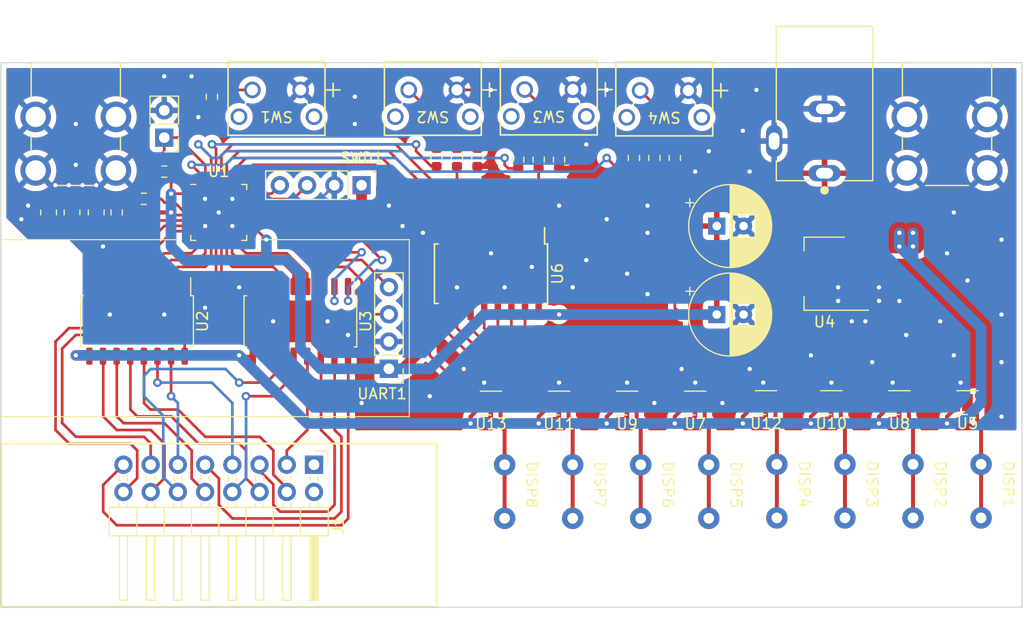
<source format=kicad_pcb>
(kicad_pcb (version 20211014) (generator pcbnew)
  (layers (0 "F.Cu" signal) (31 "B.Cu" signal) (34 "B.Paste" user) (35 "F.Paste" user) (36 "B.SilkS" user "B.Silkscreen") (37 "F.SilkS" user "F.Silkscreen") (38 "B.Mask" user) (39 "F.Mask" user) (44 "Edge.Cuts" user))
  (net 0 "")
  (net 3 "/SWDIO")
  (net 4 "/SWCLK")
  (net 5 "/setA")
  (net 6 "/setB")
  (net 7 "/setC")
  (net 8 "/setD")
  (net 9 "/setE")
  (net 10 "/setF")
  (net 11 "/setG")
  (net 12 "/clrA")
  (net 13 "/clrB")
  (net 14 "/clrC")
  (net 15 "/clrD")
  (net 16 "/clrE")
  (net 17 "/clrF")
  (net 18 "/clrG")
  (net 19 "/sel0")
  (net 20 "/sel1")
  (net 21 "/sel2")
  (net 22 "GND")
  (net 23 "+3V3")
  (net 24 "Net-(J5-Pad1)")
  (net 25 "+12V")
  (net 28 "Net-(J1-Pad3)")
  (net 29 "Net-(J1-Pad4)")
  (net 30 "Net-(J1-Pad5)")
  (net 31 "Net-(J1-Pad6)")
  (net 32 "Net-(J1-Pad7)")
  (net 33 "Net-(J1-Pad8)")
  (net 34 "Net-(J1-Pad9)")
  (net 35 "Net-(J1-Pad10)")
  (net 36 "Net-(J1-Pad11)")
  (net 37 "Net-(J1-Pad12)")
  (net 38 "Net-(J1-Pad13)")
  (net 39 "Net-(J1-Pad14)")
  (net 40 "Net-(J1-Pad15)")
  (net 41 "Net-(J1-Pad16)")
  (net 42 "Net-(DISP1-Pad1)")
  (net 43 "Net-(DISP2-Pad1)")
  (net 44 "Net-(DISP3-Pad1)")
  (net 45 "Net-(DISP4-Pad1)")
  (net 46 "Net-(DISP5-Pad1)")
  (net 47 "Net-(DISP6-Pad1)")
  (net 48 "Net-(DISP7-Pad1)")
  (net 49 "Net-(DISP8-Pad1)")
  (net 52 "/D1")
  (net 53 "/D8")
  (net 54 "/D7")
  (net 55 "/D6")
  (net 56 "/D5")
  (net 57 "/D4")
  (net 58 "/D3")
  (net 59 "/D2")
  (net 74 "/UART_TX")
  (net 75 "/UART_RX")
  (net 76 "Net-(R4-Pad1)")
  (net 77 "Net-(C1-Pad1)")
  (net 78 "Net-(C2-Pad1)")
  (net 79 "Net-(C3-Pad1)")
  (net 80 "Net-(R5-Pad1)")
  (net 81 "Net-(R6-Pad1)")
  (net 82 "Net-(C4-Pad1)")
  (net 83 "Net-(R8-Pad1)")
  (net 84 "/sel_en")
  (footprint "Resistor_SMD:R_0603_1608Metric" (layer "F.Cu") (at 86.995 128.27 180)
    (fp_text reference "R4" hide)
    (fp_text value "R" hide)
  )
  (footprint "Package_DFN_QFN:QFN-32-1EP_5x5mm_P0.5mm_EP3.45x3.45mm" (layer "F.Cu") (at 93.98 129.54)
    (fp_text reference "U1")
    (fp_text value "STM32F051K8Ux")
  )
  (footprint "pushbutton:TO_6083716_WRE" (layer "F.Cu") (at 139.045 120.664478 180)
    (fp_text reference "SW4")
    (fp_text value "SW_Push" hide)
  )
  (footprint "klauke:2025" (layer "F.Cu") (at 120.65 153.075 -90)
    (fp_text reference "DISP8")
    (fp_text value "Conn_01x01")
  )
  (footprint "klauke:2025" (layer "F.Cu") (at 152.4 153.035 -90)
    (fp_text reference "DISP3")
    (fp_text value "Conn_01x01")
  )
  (footprint "Resistor_SMD:R_0603_1608Metric" (layer "F.Cu") (at 116.205 124.405644 -90)
    (fp_text reference "R2" hide)
    (fp_text value "R" hide)
  )
  (footprint "Connector_PinHeader_2.54mm:PinHeader_1x04_P2.54mm_Vertical" (layer "F.Cu") (at 107.305 127 -90)
    (fp_text reference "SWD1")
    (fp_text value "Conn_01x04")
  )
  (footprint "Package_SO:SOIC-16W_5.3x10.2mm_P1.27mm" (layer "F.Cu") (at 119.38 135.255 -90)
    (fp_text reference "U6")
    (fp_text value "74HC238")
  )
  (footprint "Resistor_SMD:R_0805_2012Metric" (layer "F.Cu") (at 82.55 129.54 90)
    (fp_text reference "C7" hide)
    (fp_text value "C")
  )
  (footprint "Resistor_SMD:R_0603_1608Metric" (layer "F.Cu") (at 132.715 124.46 90)
    (fp_text reference "R8" hide)
    (fp_text value "R" hide)
  )
  (footprint "7761:KEYSTONE_7761" (layer "F.Cu") (at 80.645 121.285 -90)
    (fp_text reference "J3" hide)
    (fp_text value "7761" hide)
  )
  (footprint "klauke:2025" (layer "F.Cu") (at 139.7 153.075 -90)
    (fp_text reference "DISP5")
    (fp_text value "Conn_01x01")
  )
  (footprint "Package_SON:WSON-6-1EP_2x2mm_P0.65mm_EP1x1.6mm" (layer "F.Cu") (at 132.08 147.32 180)
    (fp_text reference "U9")
    (fp_text value "TPS22810DRV")
  )
  (footprint "Resistor_SMD:R_0603_1608Metric" (layer "F.Cu") (at 88.9 125.73)
    (fp_text reference "R9" hide)
    (fp_text value "R" hide)
  )
  (footprint "Connector_PinHeader_2.54mm:PinHeader_1x02_P2.54mm_Vertical" (layer "F.Cu") (at 88.9 122.56 180)
    (fp_text reference "J5" hide)
    (fp_text value "Conn_01x02" hide)
  )
  (footprint "pushbutton:TO_6083716_WRE" (layer "F.Cu") (at 102.87 120.610122 180)
    (fp_text reference "SW1")
    (fp_text value "SW_Push" hide)
  )
  (footprint "Resistor_SMD:R_0603_1608Metric" (layer "F.Cu") (at 93.345 118.745 -90)
    (fp_text reference "C1" hide)
    (fp_text value "C" hide)
  )
  (footprint "Package_SO:SOP-16_4.55x10.3mm_P1.27mm" (layer "F.Cu") (at 101.6 139.7 -90)
    (fp_text reference "U3")
    (fp_text value "ULN2003A")
  )
  (footprint "Package_SON:WSON-6-1EP_2x2mm_P0.65mm_EP1x1.6mm" (layer "F.Cu") (at 151.13 147.28 180)
    (fp_text reference "U10")
    (fp_text value "TPS22810DRV")
  )
  (footprint "Connector_PinHeader_2.54mm:PinHeader_1x04_P2.54mm_Vertical" (layer "F.Cu") (at 109.855 144.125 180)
    (fp_text reference "UART1")
    (fp_text value "Conn_01x04")
  )
  (footprint "klauke:2025" (layer "F.Cu") (at 146.05 153.035 -90)
    (fp_text reference "DISP4")
    (fp_text value "Conn_01x01")
  )
  (footprint "pushbutton:TO_6083716_WRE" (layer "F.Cu") (at 128.27 120.575121 180)
    (fp_text reference "SW3")
    (fp_text value "SW_Push" hide)
  )
  (footprint "Package_SON:WSON-6-1EP_2x2mm_P0.65mm_EP1x1.6mm" (layer "F.Cu") (at 163.83 147.28 180)
    (fp_text reference "U5")
    (fp_text value "TPS22810DRV")
  )
  (footprint "Package_SON:WSON-6-1EP_2x2mm_P0.65mm_EP1x1.6mm" (layer "F.Cu") (at 119.38 147.32 180)
    (fp_text reference "U13")
    (fp_text value "TPS22810DRV")
  )
  (footprint "pushbutton:TO_6083716_WRE" (layer "F.Cu") (at 117.455 120.610122 180)
    (fp_text reference "SW2")
    (fp_text value "SW_Push" hide)
  )
  (footprint "Package_SO:SOP-16_4.55x10.3mm_P1.27mm" (layer "F.Cu") (at 86.36 139.7 -90)
    (fp_text reference "U2")
    (fp_text value "ULN2003A")
  )
  (footprint "Resistor_SMD:R_0603_1608Metric" (layer "F.Cu") (at 134.62 124.46 -90)
    (fp_text reference "R7" hide)
    (fp_text value "R" hide)
  )
  (footprint "Resistor_SMD:R_0603_1608Metric" (layer "F.Cu") (at 114.3 124.405644 90)
    (fp_text reference "R5" hide)
    (fp_text value "R" hide)
  )
  (footprint "Package_TO_SOT_SMD:SOT-223-3_TabPin2" (layer "F.Cu") (at 150.495 135.255 180)
    (fp_text reference "U4")
    (fp_text value "AP1117-33")
  )
  (footprint "klauke:2025" (layer "F.Cu") (at 127 153.075 -90)
    (fp_text reference "DISP7")
    (fp_text value "Conn_01x01")
  )
  (footprint "Resistor_SMD:R_0603_1608Metric" (layer "F.Cu") (at 136.525 124.46 -90)
    (fp_text reference "C4" hide)
    (fp_text value "C" hide)
  )
  (footprint "PJ_102AH:CUI_PJ-102AH" (layer "F.Cu") (at 150.495 119.38 90)
    (fp_text reference "J2" hide)
    (fp_text value "PJ-102AH" hide)
  )
  (footprint "Resistor_SMD:R_0603_1608Metric" (layer "F.Cu") (at 125.73 124.606287 -90)
    (fp_text reference "C3" hide)
    (fp_text value "C" hide)
  )
  (footprint "Resistor_SMD:R_0805_2012Metric" (layer "F.Cu") (at 78.105 129.54 90)
    (fp_text reference "C8" hide)
    (fp_text value "C")
  )
  (footprint "Resistor_SMD:R_0603_1608Metric" (layer "F.Cu") (at 84.455 129.54 -90)
    (fp_text reference "R1" hide)
    (fp_text value "R" hide)
  )
  (footprint "Resistor_SMD:R_0805_2012Metric" (layer "F.Cu") (at 80.295 129.54 90)
    (fp_text reference "C9" hide)
    (fp_text value "C")
  )
  (footprint "Resistor_SMD:R_0603_1608Metric" (layer "F.Cu") (at 121.92 124.606287 90)
    (fp_text reference "R6" hide)
    (fp_text value "R" hide)
  )
  (footprint "klauke:2025" (layer "F.Cu") (at 133.35 153.075 -90)
    (fp_text reference "DISP6")
    (fp_text value "Conn_01x01")
  )
  (footprint "klauke:2025" (layer "F.Cu") (at 158.75 153.035 -90)
    (fp_text reference "DISP2")
    (fp_text value "Conn_01x01")
  )
  (footprint "Capacitor_THT:CP_Radial_D7.5mm_P2.50mm" (layer "F.Cu") (at 140.443606 130.81)
    (fp_text reference "C5" hide)
    (fp_text value "C_Polarized")
  )
  (footprint "7761:KEYSTONE_7761" (layer "F.Cu") (at 161.925 121.285 -90)
    (fp_text reference "J4" hide)
    (fp_text value "7761" hide)
  )
  (footprint "Resistor_SMD:R_0603_1608Metric" (layer "F.Cu") (at 118.11 124.405644 -90)
    (fp_text reference "C2" hide)
    (fp_text value "C" hide)
  )
  (footprint "Package_SON:WSON-6-1EP_2x2mm_P0.65mm_EP1x1.6mm" (layer "F.Cu") (at 157.48 147.28 180)
    (fp_text reference "U8")
    (fp_text value "TPS22810DRV")
  )
  (footprint "Package_SON:WSON-6-1EP_2x2mm_P0.65mm_EP1x1.6mm" (layer "F.Cu") (at 145.0325 147.28 180)
    (fp_text reference "U12")
    (fp_text value "TPS22810DRV")
  )
  (footprint "Connector_PinHeader_2.54mm:PinHeader_2x08_P2.54mm_Horizontal" (layer "F.Cu") (at 102.87 153.075359 -90)
    (fp_text reference "J1")
    (fp_text value "Conn_02x08_Odd_Even")
  )
  (footprint "klauke:2025" (layer "F.Cu") (at 165.1 153.035 -90)
    (fp_text reference "DISP1")
    (fp_text value "Conn_01x01")
  )
  (footprint "Capacitor_THT:CP_Radial_D7.5mm_P2.50mm" (layer "F.Cu") (at 140.443606 139.065)
    (fp_text reference "C6" hide)
    (fp_text value "C_Polarized")
  )
  (footprint "Package_SON:WSON-6-1EP_2x2mm_P0.65mm_EP1x1.6mm" (layer "F.Cu") (at 138.43 147.32 180)
    (fp_text reference "U7")
    (fp_text value "TPS22810DRV")
  )
  (footprint "Package_SON:WSON-6-1EP_2x2mm_P0.65mm_EP1x1.6mm" (layer "F.Cu") (at 125.73 147.32 180)
    (fp_text reference "U11")
    (fp_text value "TPS22810DRV")
  )
  (footprint "Resistor_SMD:R_0603_1608Metric" (layer "F.Cu") (at 123.825 124.606287 -90)
    (fp_text reference "R3" hide)
    (fp_text value "R" hide)
  )
  (gr_line (start 111.76 132.08) (end 97.79 132.08) (layer "F.SilkS") (width 0.1))
  (gr_line (start 73.66 132.08) (end 73.66 148.59) (layer "F.SilkS") (width 0.1))
  (gr_line (start 90.17 132.08) (end 73.66 132.08) (layer "F.SilkS") (width 0.1))
  (gr_line (start 111.76 148.59) (end 111.76 132.08) (layer "F.SilkS") (width 0.1))
  (gr_line (start 73.66 148.59) (end 111.76 148.59) (layer "F.SilkS") (width 0.1))
  (gr_rect (start 73.675 151.105359) (end 114.315 166.345359) (layer "F.SilkS") (width 0.2) (fill none))
  (gr_line (start 168.91 115.57) (end 168.91 166.37) (layer "Edge.Cuts") (width 0.1))
  (gr_line (start 73.66 166.37) (end 73.66 115.57) (layer "Edge.Cuts") (width 0.1))
  (gr_line (start 73.66 115.57) (end 168.91 115.57) (layer "Edge.Cuts") (width 0.1))
  (gr_line (start 168.91 166.37) (end 73.66 166.37) (layer "Edge.Cuts") (width 0.1))
  (segment (start 100.935 128.29) (end 102.225 127) (width 0.25) (layer "F.Cu") (net 3))
  (segment (start 96.4175 128.29) (end 100.935 128.29) (width 0.25) (layer "F.Cu") (net 3))
  (segment (start 99.695 127) (end 99.685 126.99) (width 0.25) (layer "F.Cu") (net 4))
  (segment (start 96.4175 127.79) (end 98.905 127.79) (width 0.25) (layer "F.Cu") (net 4))
  (segment (start 99.685 127.01) (end 99.685 127) (width 0.25) (layer "F.Cu") (net 4))
  (segment (start 98.905 127.79) (end 99.685 127.01) (width 0.25) (layer "F.Cu") (net 4))
  (segment (start 88.15 130.29) (end 91.5425 130.29) (width 0.25) (layer "F.Cu") (net 5))
  (segment (start 83.185 135.255) (end 88.15 130.29) (width 0.25) (layer "F.Cu") (net 5))
  (segment (start 83.185 136.45) (end 83.185 135.255) (width 0.25) (layer "F.Cu") (net 5))
  (segment (start 88.92 130.79) (end 91.5425 130.79) (width 0.25) (layer "F.Cu") (net 6))
  (segment (start 84.455 135.255) (end 88.92 130.79) (width 0.25) (layer "F.Cu") (net 6))
  (segment (start 84.455 136.45) (end 84.455 135.255) (width 0.25) (layer "F.Cu") (net 6))
  (segment (start 85.725 136.45) (end 85.725 135.255) (width 0.25) (layer "F.Cu") (net 7))
  (segment (start 89.69 131.29) (end 91.5425 131.29) (width 0.25) (layer "F.Cu") (net 7))
  (segment (start 85.725 135.255) (end 89.69 131.29) (width 0.25) (layer "F.Cu") (net 7))
  (segment (start 92.23 132.56) (end 92.23 131.9775) (width 0.25) (layer "F.Cu") (net 8))
  (segment (start 86.995 136.45) (end 86.995 135.255) (width 0.25) (layer "F.Cu") (net 8))
  (segment (start 91.44 133.35) (end 92.23 132.56) (width 0.25) (layer "F.Cu") (net 8))
  (segment (start 88.9 133.35) (end 91.44 133.35) (width 0.25) (layer "F.Cu") (net 8))
  (segment (start 86.995 135.255) (end 88.9 133.35) (width 0.25) (layer "F.Cu") (net 8))
  (segment (start 89.535 133.985) (end 88.265 135.255) (width 0.25) (layer "F.Cu") (net 9))
  (segment (start 88.265 135.255) (end 88.265 136.45) (width 0.25) (layer "F.Cu") (net 9))
  (segment (start 92.73 133.33) (end 92.075 133.985) (width 0.25) (layer "F.Cu") (net 9))
  (segment (start 92.075 133.985) (end 89.535 133.985) (width 0.25) (layer "F.Cu") (net 9))
  (segment (start 92.73 131.9775) (end 92.73 133.33) (width 0.25) (layer "F.Cu") (net 9))
  (segment (start 93.23 131.9775) (end 93.2425 131.9775) (width 0.25) (layer "F.Cu") (net 10))
  (segment (start 93.28048 134.04952) (end 92.71 134.62) (width 0.25) (layer "F.Cu") (net 10))
  (segment (start 89.535 135.255) (end 89.535 136.45) (width 0.25) (layer "F.Cu") (net 10))
  (segment (start 93.2425 131.9775) (end 93.28048 132.01548) (width 0.25) (layer "F.Cu") (net 10))
  (segment (start 90.17 134.62) (end 89.535 135.255) (width 0.25) (layer "F.Cu") (net 10))
  (segment (start 93.28048 132.01548) (end 93.28048 134.04952) (width 0.25) (layer "F.Cu") (net 10))
  (segment (start 92.71 134.62) (end 90.17 134.62) (width 0.25) (layer "F.Cu") (net 10))
  (segment (start 92.785 136.45) (end 90.805 136.45) (width 0.25) (layer "F.Cu") (net 11))
  (segment (start 93.73 131.9775) (end 93.73 135.505) (width 0.25) (layer "F.Cu") (net 11))
  (segment (start 93.73 135.505) (end 92.785 136.45) (width 0.25) (layer "F.Cu") (net 11))
  (segment (start 94.23 137.41) (end 95.25 138.43) (width 0.25) (layer "F.Cu") (net 12))
  (segment (start 98.425 137.795) (end 98.425 136.45) (width 0.25) (layer "F.Cu") (net 12))
  (segment (start 94.23 131.9775) (end 94.23 137.41) (width 0.25) (layer "F.Cu") (net 12))
  (segment (start 97.79 138.43) (end 98.425 137.795) (width 0.25) (layer "F.Cu") (net 12))
  (segment (start 95.25 138.43) (end 97.79 138.43) (width 0.25) (layer "F.Cu") (net 12))
  (segment (start 99.695 135.255) (end 99.695 136.45) (width 0.25) (layer "F.Cu") (net 13))
  (segment (start 94.73 134.1) (end 95.25 134.62) (width 0.25) (layer "F.Cu") (net 13))
  (segment (start 95.25 134.62) (end 99.06 134.62) (width 0.25) (layer "F.Cu") (net 13))
  (segment (start 99.06 134.62) (end 99.695 135.255) (width 0.25) (layer "F.Cu") (net 13))
  (segment (start 94.73 131.9775) (end 94.73 134.1) (width 0.25) (layer "F.Cu") (net 13))
  (segment (start 99.695 133.985) (end 100.965 135.255) (width 0.25) (layer "F.Cu") (net 14))
  (segment (start 95.23 131.9775) (end 95.23 133.33) (width 0.25) (layer "F.Cu") (net 14))
  (segment (start 95.885 133.985) (end 99.695 133.985) (width 0.25) (layer "F.Cu") (net 14))
  (segment (start 100.965 135.255) (end 100.965 136.45) (width 0.25) (layer "F.Cu") (net 14))
  (segment (start 95.23 133.33) (end 95.885 133.985) (width 0.25) (layer "F.Cu") (net 14))
  (segment (start 102.235 135.255) (end 102.235 136.45) (width 0.25) (layer "F.Cu") (net 15))
  (segment (start 100.33 133.35) (end 102.235 135.255) (width 0.25) (layer "F.Cu") (net 15))
  (segment (start 95.73 132.559282) (end 96.520718 133.35) (width 0.25) (layer "F.Cu") (net 15))
  (segment (start 96.520718 133.35) (end 100.33 133.35) (width 0.25) (layer "F.Cu") (net 15))
  (segment (start 95.73 131.9775) (end 95.73 132.559282) (width 0.25) (layer "F.Cu") (net 15))
  (segment (start 96.4175 130.79) (end 99.04 130.79) (width 0.25) (layer "F.Cu") (net 16))
  (segment (start 99.04 130.79) (end 103.505 135.255) (width 0.25) (layer "F.Cu") (net 16))
  (segment (start 103.505 135.255) (end 103.505 136.45) (width 0.25) (layer "F.Cu") (net 16))
  (segment (start 107.315 133.2605) (end 105.3205 133.2605) (width 0.25) (layer "F.Cu") (net 17))
  (segment (start 101.35 129.29) (end 96.4175 129.29) (width 0.25) (layer "F.Cu") (net 17))
  (segment (start 105.3205 133.2605) (end 101.35 129.29) (width 0.25) (layer "F.Cu") (net 17))
  (segment (start 104.775 136.45) (end 104.775 137.795) (width 0.25) (layer "F.Cu") (net 17))
  (via (at 107.315 133.2605) (size 0.8) (drill 0.4) (layers "F.Cu" "B.Cu") (net 17))
  (via (at 104.775 137.795) (size 0.8) (drill 0.4) (layers "F.Cu" "B.Cu") (net 17))
  (segment (start 104.775 137.795) (end 104.775 135.8005) (width 0.25) (layer "B.Cu") (net 17))
  (segment (start 104.775 135.8005) (end 107.315 133.2605) (width 0.25) (layer "B.Cu") (net 17))
  (segment (start 106.045 136.45) (end 106.045 137.795) (width 0.25) (layer "F.Cu") (net 18))
  (segment (start 109.22 133.985) (end 104.025 128.79) (width 0.25) (layer "F.Cu") (net 18))
  (segment (start 104.025 128.79) (end 96.4175 128.79) (width 0.25) (layer "F.Cu") (net 18))
  (via (at 109.22 133.985) (size 0.8) (drill 0.4) (layers "F.Cu" "B.Cu") (net 18))
  (via (at 106.045 137.795) (size 0.8) (drill 0.4) (layers "F.Cu" "B.Cu") (net 18))
  (segment (start 108.585 133.985) (end 109.22 133.985) (width 0.25) (layer "B.Cu") (net 18))
  (segment (start 106.045 137.795) (end 106.045 136.525) (width 0.25) (layer "B.Cu") (net 18))
  (segment (start 106.045 136.525) (end 108.585 133.985) (width 0.25) (layer "B.Cu") (net 18))
  (segment (start 123.825 130.175) (end 123.825 131.705) (width 0.25) (layer "F.Cu") (net 19))
  (segment (start 94.23 124.21) (end 95.25 123.19) (width 0.25) (layer "F.Cu") (net 19))
  (segment (start 110.49 123.19) (end 114.935 127.635) (width 0.25) (layer "F.Cu") (net 19))
  (segment (start 121.285 127.635) (end 123.825 130.175) (width 0.25) (layer "F.Cu") (net 19))
  (segment (start 95.25 123.19) (end 110.49 123.19) (width 0.25) (layer "F.Cu") (net 19))
  (segment (start 114.935 127.635) (end 121.285 127.635) (width 0.25) (layer "F.Cu") (net 19))
  (segment (start 94.23 127.1025) (end 94.23 124.21) (width 0.25) (layer "F.Cu") (net 19))
  (segment (start 120.65 128.27) (end 122.555 130.175) (width 0.25) (layer "F.Cu") (net 20))
  (segment (start 114.3 128.27) (end 120.65 128.27) (width 0.25) (layer "F.Cu") (net 20))
  (segment (start 95.885 123.825) (end 109.855 123.825) (width 0.25) (layer "F.Cu") (net 20))
  (segment (start 94.73 127.1025) (end 94.73 124.98) (width 0.25) (layer "F.Cu") (net 20))
  (segment (start 122.555 130.175) (end 122.555 131.705) (width 0.25) (layer "F.Cu") (net 20))
  (segment (start 94.73 124.98) (end 95.885 123.825) (width 0.25) (layer "F.Cu") (net 20))
  (segment (start 109.855 123.825) (end 114.3 128.27) (width 0.25) (layer "F.Cu") (net 20))
  (segment (start 96.52 124.46) (end 109.22 124.46) (width 0.25) (layer "F.Cu") (net 21))
  (segment (start 121.285 130.175) (end 121.285 131.705) (width 0.25) (layer "F.Cu") (net 21))
  (segment (start 113.665 128.905) (end 120.015 128.905) (width 0.25) (layer "F.Cu") (net 21))
  (segment (start 109.22 124.46) (end 113.665 128.905) (width 0.25) (layer "F.Cu") (net 21))
  (segment (start 95.23 127.1025) (end 95.23 125.75) (width 0.25) (layer "F.Cu") (net 21))
  (segment (start 95.23 125.75) (end 96.52 124.46) (width 0.25) (layer "F.Cu") (net 21))
  (segment (start 120.015 128.905) (end 121.285 130.175) (width 0.25) (layer "F.Cu") (net 21))
  (segment (start 118.73 146.67) (end 119.38 147.32) (width 0.25) (layer "F.Cu") (net 22))
  (segment (start 119.38 147.32) (end 119.38 146.05) (width 0.25) (layer "F.Cu") (net 22))
  (segment (start 137.795 125.095) (end 137.605 125.285) (width 0.25) (layer "F.Cu") (net 22))
  (segment (start 157.48 147.28) (end 157.48 146.05) (width 0.25) (layer "F.Cu") (net 22))
  (segment (start 151.13 147.28) (end 151.13 145.415) (width 0.25) (layer "F.Cu") (net 22))
  (segment (start 145.0325 147.28) (end 145.0325 145.6675) (width 0.25) (layer "F.Cu") (net 22))
  (segment (start 155.575 137.795) (end 151.765 137.795) (width 0.25) (layer "F.Cu") (net 22))
  (segment (start 126.365 118.729999) (end 127.02 118.074999) (width 0.25) (layer "F.Cu") (net 22))
  (segment (start 156.83 146.63) (end 157.48 147.28) (width 0.25) (layer "F.Cu") (net 22))
  (segment (start 136.525 121.285) (end 137.795 122.555) (width 0.25) (layer "F.Cu") (net 22))
  (segment (start 125.73 125.431287) (end 126.574356 125.431287) (width 0.25) (layer "F.Cu") (net 22))
  (segment (start 153.035 139.7) (end 153.035 138.165) (width 0.25) (layer "F.Cu") (net 22))
  (segment (start 125.73 147.32) (end 125.73 145.415) (width 0.25) (layer "F.Cu") (net 22))
  (segment (start 155.575 136.525) (end 154.545 137.555) (width 0.25) (layer "F.Cu") (net 22))
  (segment (start 119.38 119.38) (end 119.38 124.46) (width 0.25) (layer "F.Cu") (net 22))
  (segment (start 151.765 136.525) (end 152.795 137.555) (width 0.25) (layer "F.Cu") (net 22))
  (segment (start 154.305 139.7) (end 154.305 138.215) (width 0.25) (layer "F.Cu") (net 22))
  (segment (start 132.08 147.32) (end 132.08 145.415) (width 0.25) (layer "F.Cu") (net 22))
  (segment (start 153.035 138.165) (end 153.645 137.555) (width 0.25) (layer "F.Cu") (net 22))
  (segment (start 114.935 131.705) (end 113.29 131.705) (width 0.4) (layer "F.Cu") (net 22))
  (segment (start 144.145 146.63) (end 144.3825 146.63) (width 0.25) (layer "F.Cu") (net 22))
  (segment (start 136.525 119.434356) (end 136.525 121.285) (width 0.25) (layer "F.Cu") (net 22))
  (segment (start 119.38 146.05) (end 118.745 145.415) (width 0.25) (layer "F.Cu") (net 22))
  (segment (start 150.48 146.63) (end 151.13 147.28) (width 0.25) (layer "F.Cu") (net 22))
  (segment (start 131.43 146.67) (end 132.08 147.32) (width 0.25) (layer "F.Cu") (net 22))
  (segment (start 120.015 132.715) (end 120.015 131.705) (width 0.25) (layer "F.Cu") (net 22))
  (segment (start 137.795 122.555) (end 137.795 125.095) (width 0.25) (layer "F.Cu") (net 22))
  (segment (start 131.1925 146.67) (end 131.43 146.67) (width 0.25) (layer "F.Cu") (net 22))
  (segment (start 97.155 136.45) (end 95.96 136.45) (width 0.25) (layer "F.Cu") (net 22))
  (segment (start 152.795 137.555) (end 153.645 137.555) (width 0.25) (layer "F.Cu") (net 22))
  (segment (start 145.0325 145.6675) (end 144.78 145.415) (width 0.25) (layer "F.Cu") (net 22))
  (segment (start 156.5925 146.63) (end 156.83 146.63) (width 0.25) (layer "F.Cu") (net 22))
  (segment (start 118.11 118.11) (end 119.38 119.38) (width 0.25) (layer "F.Cu") (net 22))
  (segment (start 163.83 147.28) (end 163.83 146.05) (width 0.25) (layer "F.Cu") (net 22))
  (segment (start 118.745 131.705) (end 118.745 132.715) (width 0.25) (layer "F.Cu") (net 22))
  (segment (start 118.609356 125.230644) (end 119.38 124.46) (width 0.25) (layer "F.Cu") (net 22))
  (segment (start 137.795 118.164356) (end 136.525 119.434356) (width 0.25) (layer "F.Cu") (net 22))
  (segment (start 144.3825 146.63) (end 145.0325 147.28) (width 0.25) (layer "F.Cu") (net 22))
  (segment (start 154.305 138.215) (end 153.645 137.555) (width 0.25) (layer "F.Cu") (net 22))
  (segment (start 157.48 146.05) (end 156.845 145.415) (width 0.25) (layer "F.Cu") (net 22))
  (segment (start 137.78 146.67) (end 138.43 147.32) (width 0.25) (layer "F.Cu") (net 22))
  (segment (start 163.83 146.05) (end 163.195 145.415) (width 0.25) (layer "F.Cu") (net 22))
  (segment (start 138.43 147.32) (end 138.43 145.415) (width 0.25) (layer "F.Cu") (net 22))
  (segment (start 113.03 131.445) (end 113.29 131.705) (width 0.4) (layer "F.Cu") (net 22))
  (segment (start 119.38 133.35) (end 120.015 132.715) (width 0.25) (layer "F.Cu") (net 22))
  (segment (start 118.4925 146.67) (end 118.73 146.67) (width 0.25) (layer "F.Cu") (net 22))
  (segment (start 126.365 121.830643) (end 126.365 118.729999) (width 0.25) (layer "F.Cu") (net 22))
  (segment (start 127 122.465643) (end 126.365 121.830643) (width 0.25) (layer "F.Cu") (net 22))
  (segment (start 137.605 125.285) (end 136.525 125.285) (width 0.25) (layer "F.Cu") (net 22))
  (segment (start 163.18 146.63) (end 163.83 147.28) (width 0.25) (layer "F.Cu") (net 22))
  (segment (start 127 125.005643) (end 127 122.465643) (width 0.25) (layer "F.Cu") (net 22))
  (segment (start 118.745 132.715) (end 119.38 133.35) (width 0.25) (layer "F.Cu") (net 22))
  (segment (start 150.2425 146.63) (end 150.48 146.63) (width 0.25) (layer "F.Cu") (net 22))
  (segment (start 162.9425 146.63) (end 163.18 146.63) (width 0.25) (layer "F.Cu") (net 22))
  (segment (start 116.205 118.11) (end 118.11 118.11) (width 0.25) (layer "F.Cu") (net 22))
  (segment (start 137.5425 146.67) (end 137.78 146.67) (width 0.25) (layer "F.Cu") (net 22))
  (segment (start 154.545 137.555) (end 153.645 137.555) (width 0.25) (layer "F.Cu") (net 22))
  (segment (start 126.574356 125.431287) (end 127 125.005643) (width 0.25) (layer "F.Cu") (net 22))
  (segment (start 118.11 125.230644) (end 118.609356 125.230644) (width 0.25) (layer "F.Cu") (net 22))
  (segment (start 95.96 136.45) (end 95.885 136.525) (width 0.25) (layer "F.Cu") (net 22))
  (via (at 76.2 128.905) (size 0.8) (drill 0.4) (layers "F.Cu" "B.Cu") (net 22))
  (via (at 81.28 127) (size 0.8) (drill 0.4) (layers "F.Cu" "B.Cu") (net 22))
  (via (at 99.06 139.7) (size 0.8) (drill 0.4) (layers "F.Cu" "B.Cu") (net 22))
  (via (at 134.62 147.32) (size 0.8) (drill 0.4) (layers "F.Cu" "B.Cu") (net 22))
  (via (at 149.225 142.875) (size 0.8) (drill 0.4) (layers "F.Cu" "B.Cu") (net 22))
  (via (at 88.9 116.84) (size 0.8) (drill 0.4) (layers "F.Cu" "B.Cu") (net 22))
  (via (at 95.25 128.27) (size 0.8) (drill 0.4) (layers "F.Cu" "B.Cu") (net 22))
  (via (at 106.68 121.285) (size 0.8) (drill 0.4) (layers "F.Cu" "B.Cu") (net 22))
  (via (at 138.43 145.415) (size 0.8) (drill 0.4) (layers "F.Cu" "B.Cu") (net 22))
  (via (at 83.82 139.065) (size 0.8) (drill 0.4) (layers "F.Cu" "B.Cu") (net 22))
  (via (at 163.195 145.415) (size 0.8) (drill 0.4) (layers "F.Cu" "B.Cu") (net 22))
  (via (at 116.84 144.145) (size 0.8) (drill 0.4) (layers "F.Cu" "B.Cu") (net 22))
  (via (at 116.205 136.525) (size 0.8) (drill 0.4) (layers "F.Cu" "B.Cu") (net 22))
  (via (at 142.875 121.92) (size 0.8) (drill 0.4) (layers "F.Cu" "B.Cu") (net 22))
  (via (at 143.51 144.145) (size 0.8) (drill 0.4) (layers "F.Cu" "B.Cu") (net 22))
  (via (at 83.185 132.715) (size 0.8) (drill 0.4) (layers "F.Cu" "B.Cu") (net 22))
  (via (at 118.745 145.415) (size 0.8) (drill 0.4) (layers "F.Cu" "B.Cu") (net 22))
  (via (at 127 136.525) (size 0.8) (drill 0.4) (layers "F.Cu" "B.Cu") (net 22))
  (via (at 153.035 139.7) (size 0.8) (drill 0.4) (layers "F.Cu" "B.Cu") (net 22))
  (via (at 119.38 133.35) (size 0.8) (drill 0.4) (layers "F.Cu" "B.Cu") (net 22))
  (via (at 144.145 118.11) (size 0.8) (drill 0.4) (layers "F.Cu" "B.Cu") (net 22))
  (via (at 155.575 136.525) (size 0.8) (drill 0.4) (layers "F.Cu" "B.Cu") (net 22))
  (via (at 162.56 142.875) (size 0.8) (drill 0.4) (layers "F.Cu" "B.Cu") (net 22))
  (via (at 109.855 128.905) (size 0.8) (drill 0.4) (layers "F.Cu" "B.Cu") (net 22))
  (via (at 93.98 129.54) (size 0.8) (drill 0.4) (layers "F.Cu" "B.Cu") (net 22))
  (via (at 113.665 146.685) (size 0.8) (drill 0.4) (layers "F.Cu" "B.Cu") (net 22))
  (via (at 156.845 145.415) (size 0.8) (drill 0.4) (layers "F.Cu" "B.Cu") (net 22))
  (via (at 163.83 135.89) (size 0.8) (drill 0.4) (layers "F.Cu" "B.Cu") (net 22))
  (via (at 138.43 125.73) (size 0.8) (drill 0.4) (layers "F.Cu" "B.Cu") (net 22))
  (via (at 120.65 136.525) (size 0.8) (drill 0.4) (layers "F.Cu" "B.Cu") (net 22))
  (via (at 125.73 145.415) (size 0.8) (drill 0.4) (layers "F.Cu" "B.Cu") (net 22))
  (via (at 128.27 133.985) (size 0.8) (drill 0.4) (layers "F.Cu" "B.Cu") (net 22))
  (via (at 92.075 120.65) (size 0.8) (drill 0.4) (layers "F.Cu" "B.Cu") (net 22))
  (via (at 95.885 136.525) (size 0.8) (drill 0.4) (layers "F.Cu" "B.Cu") (net 22))
  (via (at 113.03 131.445) (size 0.8) (drill 0.4) (layers "F.Cu" "B.Cu") (net 22))
  (via (at 106.68 118.745) (size 0.8) (drill 0.4) (layers "F.Cu" "B.Cu") (net 22))
  (via (at 119.38 118.11) (size 0.8) (drill 0.4) (layers "F.Cu" "B.Cu") (net 22))
  (via (at 130.175 118.11) (size 0.8) (drill 0.4) (layers "F.Cu" "B.Cu") (net 22))
  (via (at 151.13 145.415) (size 0.8) (drill 0.4) (layers "F.Cu" "B.Cu") (net 22))
  (via (at 123.19 134.62) (size 0.8) (drill 0.4) (layers "F.Cu" "B.Cu") (net 22))
  (via (at 75.565 130.175) (size 0.8) (drill 0.4) (layers "F.Cu" "B.Cu") (net 22))
  (via (at 151.765 137.795) (size 0.8) (drill 0.4) (layers "F.Cu" "B.Cu") (net 22))
  (via (at 106.045 140.97) (size 0.8) (drill 0.4) (layers "F.Cu" "B.Cu") (net 22))
  (via (at 161.925 133.35) (size 0.8) (drill 0.4) (layers "F.Cu" "B.Cu") (net 22))
  (via (at 158.115 140.97) (size 0.8) (drill 0.4) (layers "F.Cu" "B.Cu") (net 22))
  (via (at 80.645 125.095) (size 0.8) (drill 0.4) (layers "F.Cu" "B.Cu") (net 22))
  (via (at 133.985 137.16) (size 0.8) (drill 0.4) (layers "F.Cu" "B.Cu") (net 22))
  (via (at 139.7 123.825) (size 0.8) (drill 0.4) (layers "F.Cu" "B.Cu") (net 22))
  (via (at 88.9 139.065) (size 0.8) (drill 0.4) (layers "F.Cu" "B.Cu") (net 22))
  (via (at 167.005 132.08) (size 0.8) (drill 0.4) (layers "F.Cu" "B.Cu") (net 22))
  (via (at 104.14 139.7) (size 0.8) (drill 0.4) (layers "F.Cu" "B.Cu") (net 22))
  (via (at 92.71 130.81) (size 0.8) (drill 0.4) (layers "F.Cu" "B.Cu") (net 22))
  (via (at 91.44 116.84) (size 0.8) (drill 0.4) (layers "F.Cu" "B.Cu") (net 22))
  (via (at 92.71 128.27) (size 0.8) (drill 0.4) (layers "F.Cu" "B.Cu") (net 22))
  (via (at 154.94 143.51) (size 0.8) (drill 0.4) (layers "F.Cu" "B.Cu") (net 22))
  (via (at 82.55 127) (size 0.8) (drill 0.4) (layers "F.Cu" "B.Cu") (net 22))
  (via (at 162.56 129.54) (size 0.8) (drill 0.4) (layers "F.Cu" "B.Cu") (net 22))
  (via (at 167.005 143.51) (size 0.8) (drill 0.4) (layers "F.Cu" "B.Cu") (net 22))
  (via (at 151.765 136.525) (size 0.8) (drill 0.4) (layers "F.Cu" "B.Cu") (net 22))
  (via (at 95.25 130.81) (size 0.8) (drill 0.4) (layers "F.Cu" "B.Cu") (net 22))
  (via (at 125.73 128.905) (size 0.8) (drill 0.4) (layers "F.Cu" "B.Cu") (net 22))
  (via (at 167.005 139.065) (size 0.8) (drill 0.4) (layers "F.Cu" "B.Cu") (net 22))
  (via (at 128.27 123.19) (size 0.8) (drill 0.4) (layers "F.Cu" "B.Cu") (net 22))
  (via (at 78.74 127) (size 0.8) (drill 0.4) (layers "F.Cu" "B.Cu") (net 22))
  (via (at 132.08 135.255) (size 0.8) (drill 0.4) (layers "F.Cu" "B.Cu") (net 22))
  (via (at 130.175 130.175) (size 0.8) (drill 0.4) (layers "F.Cu" "B.Cu") (net 22))
  (via (at 157.48 137.795) (size 0.8) (drill 0.4) (layers "F.Cu" "B.Cu") (net 22))
  (via (at 92.71 138.43) (size 0.8) (drill 0.4) (layers "F.Cu" "B.Cu") (net 22))
  (via (at 155.575 137.795) (size 0.8) (drill 0.4) (layers "F.Cu" "B.Cu") (net 22))
  (via (at 154.305 139.7) (size 0.8) (drill 0.4) (layers "F.Cu" "B.Cu") (net 22))
  (via (at 133.985 128.905) (size 0.8) (drill 0.4) (layers "F.Cu" "B.Cu") (net 22))
  (via (at 167.005 148.59) (size 0.8) (drill 0.4) (layers "F.Cu" "B.Cu") (net 22))
  (via (at 140.97 147.32) (size 0.8) (drill 0.4) (layers "F.Cu" "B.Cu") (net 22))
  (via (at 107.315 147.32) (size 0.8) (drill 0.4) (layers "F.Cu" "B.Cu") (net 22))
  (via (at 133.985 131.445) (size 0.8) (drill 0.4) (layers "F.Cu" "B.Cu") (net 22))
  (via (at 161.29 139.7) (size 0.8) (drill 0.4) (layers "F.Cu" "B.Cu") (net 22))
  (via (at 144.78 145.415) (size 0.8) (drill 0.4) (layers "F.Cu" "B.Cu") (net 22))
  (via (at 132.08 145.415) (size 0.8) (drill 0.4) (layers "F.Cu" "B.Cu") (net 22))
  (via (at 80.01 127) (size 0.8) (drill 0.4) (layers "F.Cu" "B.Cu") (net 22))
  (via (at 143.51 125.73) (size 0.8) (drill 0.4) (layers "F.Cu" "B.Cu") (net 22))
  (via (at 111.125 130.81) (size 0.8) (drill 0.4) (layers "F.Cu" "B.Cu") (net 22))
  (via (at 80.645 121.285) (size 0.8) (drill 0.4) (layers "F.Cu" "B.Cu") (net 22))
  (via (at 137.16 144.145) (size 0.8) (drill 0.4) (layers "F.Cu" "B.Cu") (net 22))
  (segment (start 102.235 129.54) (end 102.23 129.535) (width 0.25) (layer "B.Cu") (net 22))
  (segment (start 93.98 129.54) (end 102.225 129.54) (width 0.25) (layer "B.Cu") (net 22))
  (segment (start 102.225 129.54) (end 102.23 129.535) (width 0.25) (layer "B.Cu") (net 22))
  (segment (start 102.23 129.535) (end 104.765 127) (width 0.25) (layer "B.Cu") (net 22))
  (segment (start 124.835 138.805) (end 125.095 139.065) (width 0.25) (layer "F.Cu") (net 23))
  (segment (start 107.305 129.535) (end 107.305 127) (width 1) (layer "F.Cu") (net 23))
  (segment (start 78.105 130.4525) (end 86.0825 130.4525) (width 0.4) (layer "F.Cu") (net 23))
  (segment (start 136.525 128.905) (end 136.525 138.43) (width 0.25) (layer "F.Cu") (net 23))
  (segment (start 116.84 127) (end 123.825 127) (width 0.25) (layer "F.Cu") (net 23))
  (segment (start 89.535 127.79) (end 89.535 126.824004) (width 0.25) (layer "F.Cu") (net 23))
  (segment (start 134.62 127) (end 136.525 128.905) (width 0.25) (layer "F.Cu") (net 23))
  (segment (start 112.395 134.625) (end 107.305 129.535) (width 1) (layer "F.Cu") (net 23))
  (segment (start 136.525 138.43) (end 137.16 139.065) (width 0.25) (layer "F.Cu") (net 23))
  (segment (start 125.095 139.065) (end 125.73 139.065) (width 0.25) (layer "F.Cu") (net 23))
  (segment (start 137.16 139.065) (end 140.443606 139.065) (width 0.25) (layer "F.Cu") (net 23))
  (segment (start 109.855 144.125) (end 111.145 144.125) (width 1) (layer "F.Cu") (net 23))
  (segment (start 116.205 126.365) (end 116.84 127) (width 0.25) (layer "F.Cu") (net 23))
  (segment (start 91.5425 129.79) (end 89.785 129.79) (width 0.25) (layer "F.Cu") (net 23))
  (segment (start 134.62 127) (end 134.62 125.285) (width 0.25) (layer "F.Cu") (net 23))
  (segment (start 89.535 127.79) (end 91.5425 127.79) (width 0.25) (layer "F.Cu") (net 23))
  (segment (start 123.825 138.805) (end 124.835 138.805) (width 0.25) (layer "F.Cu") (net 23))
  (segment (start 112.395 142.875) (end 112.395 134.625) (width 1) (layer "F.Cu") (net 23))
  (segment (start 116.205 125.230644) (end 116.205 126.365) (width 0.25) (layer "F.Cu") (net 23))
  (segment (start 86.0825 130.4525) (end 86.995 129.54) (width 0.4) (layer "F.Cu") (net 23))
  (segment (start 86.995 129.54) (end 89.535 129.54) (width 0.4) (layer "F.Cu") (net 23))
  (segment (start 89.785 129.79) (end 89.535 129.54) (width 0.25) (layer "F.Cu") (net 23))
  (segment (start 111.145 144.125) (end 112.395 142.875) (width 1) (layer "F.Cu") (net 23))
  (segment (start 89.725 125.73) (end 89.725 126.634004) (width 0.25) (layer "F.Cu") (net 23))
  (segment (start 96.4175 131.29) (end 97.635 131.29) (width 0.25) (layer "F.Cu") (net 23))
  (segment (start 123.825 127) (end 134.62 127) (width 0.25) (layer "F.Cu") (net 23))
  (segment (start 89.725 126.634004) (end 89.535 126.824004) (width 0.25) (layer "F.Cu") (net 23))
  (segment (start 97.635 131.29) (end 98.425 132.08) (width 0.25) (layer "F.Cu") (net 23))
  (segment (start 123.825 125.431287) (end 123.825 127) (width 0.25) (layer "F.Cu") (net 23))
  (via (at 98.425 132.08) (size 0.8) (drill 0.4) (layers "F.Cu" "B.Cu") (net 23))
  (via (at 89.535 127.79) (size 0.8) (drill 0.4) (layers "F.Cu" "B.Cu") (net 23))
  (via (at 89.535 129.54) (size 0.8) (drill 0.4) (layers "F.Cu" "B.Cu") (net 23))
  (via (at 125.73 139.065) (size 0.8) (drill 0.4) (layers "F.Cu" "B.Cu") (net 23))
  (segment (start 90.805 133.985) (end 98.425 133.985) (width 1) (layer "B.Cu") (net 23))
  (segment (start 125.73 139.065) (end 140.443606 139.065) (width 1) (layer "B.Cu") (net 23))
  (segment (start 103.485 144.125) (end 109.855 144.125) (width 1) (layer "B.Cu") (net 23))
  (segment (start 101.6 142.24) (end 103.485 144.125) (width 1) (layer "B.Cu") (net 23))
  (segment (start 118.745 139.065) (end 113.665 144.145) (width 1) (layer "B.Cu") (net 23))
  (segment (start 89.535 127.79) (end 89.535 129.54) (width 1) (layer "B.Cu") (net 23))
  (segment (start 98.425 133.985) (end 100.33 133.985) (width 1) (layer "B.Cu") (net 23))
  (segment (start 89.535 132.715) (end 90.805 133.985) (width 1) (layer "B.Cu") (net 23))
  (segment (start 98.425 133.985) (end 98.425 132.08) (width 1) (layer "B.Cu") (net 23))
  (segment (start 89.535 129.54) (end 89.535 132.715) (width 1) (layer "B.Cu") (net 23))
  (segment (start 100.33 133.985) (end 101.6 135.255) (width 1) (layer "B.Cu") (net 23))
  (segment (start 125.73 139.065) (end 118.745 139.065) (width 1) (layer "B.Cu") (net 23))
  (segment (start 101.6 135.255) (end 101.6 142.24) (width 1) (layer "B.Cu") (net 23))
  (segment (start 113.665 144.145) (end 113.645 144.125) (width 1) (layer "B.Cu") (net 23))
  (segment (start 113.645 144.125) (end 109.855 144.125) (width 1) (layer "B.Cu") (net 23))
  (segment (start 88.075 124.65) (end 88.9 123.825) (width 0.25) (layer "F.Cu") (net 24))
  (segment (start 88.075 125.73) (end 88.075 124.65) (width 0.25) (layer "F.Cu") (net 24))
  (segment (start 90.175 122.56) (end 88.9 122.56) (width 0.25) (layer "F.Cu") (net 24))
  (segment (start 88.9 123.825) (end 88.9 122.56) (width 0.25) (layer "F.Cu") (net 24))
  (segment (start 92.73 127.1025) (end 92.73 125.115) (width 0.25) (layer "F.Cu") (net 24))
  (segment (start 92.73 125.115) (end 90.175 122.56) (width 0.25) (layer "F.Cu") (net 24))
  (segment (start 136.525 148.59) (end 136.525 149.225) (width 0.37) (layer "F.Cu") (net 25))
  (segment (start 137.145 147.97) (end 136.525 148.59) (width 0.37) (layer "F.Cu") (net 25))
  (segment (start 124.445 147.97) (end 123.825 148.59) (width 0.37) (layer "F.Cu") (net 25))
  (segment (start 123.825 148.59) (end 123.825 149.225) (width 0.37) (layer "F.Cu") (net 25))
  (segment (start 118.095 147.97) (end 117.475 148.59) (width 0.37) (layer "F.Cu") (net 25))
  (segment (start 155.575 148.59) (end 155.575 149.225) (width 0.37) (layer "F.Cu") (net 25))
  (segment (start 144.145 147.93) (end 143.535 147.93) (width 0.37) (layer "F.Cu") (net 25))
  (segment (start 118.4925 147.97) (end 118.095 147.97) (width 0.37) (layer "F.Cu") (net 25))
  (segment (start 142.875 148.59) (end 142.875 149.225) (width 0.37) (layer "F.Cu") (net 25))
  (segment (start 81.915 142.95) (end 80.72 142.95) (width 0.25) (layer "F.Cu") (net 25))
  (segment (start 130.175 148.59) (end 130.175 149.225) (width 0.37) (layer "F.Cu") (net 25))
  (segment (start 149.885 147.93) (end 149.225 148.59) (width 0.37) (layer "F.Cu") (net 25))
  (segment (start 137.5425 147.97) (end 137.145 147.97) (width 0.37) (layer "F.Cu") (net 25))
  (segment (start 149.225 148.59) (end 149.225 149.225) (width 0.37) (layer "F.Cu") (net 25))
  (segment (start 156.235 147.93) (end 155.575 148.59) (width 0.37) (layer "F.Cu") (net 25))
  (segment (start 131.1925 147.97) (end 130.795 147.97) (width 0.37) (layer "F.Cu") (net 25))
  (segment (start 150.2425 147.93) (end 149.885 147.93) (width 0.37) (layer "F.Cu") (net 25))
  (segment (start 95.96 142.95) (end 95.885 142.875) (width 0.25) (layer "F.Cu") (net 25))
  (segment (start 124.8425 147.97) (end 124.445 147.97) (width 0.37) (layer "F.Cu") (net 25))
  (segment (start 130.795 147.97) (end 130.175 148.59) (width 0.37) (layer "F.Cu") (net 25))
  (segment (start 161.925 148.59) (end 161.925 149.225) (width 0.37) (layer "F.Cu") (net 25))
  (segment (start 80.72 142.95) (end 80.645 142.875) (width 0.25) (layer "F.Cu") (net 25))
  (segment (start 162.9425 147.93) (end 162.585 147.93) (width 0.37) (layer "F.Cu") (net 25))
  (segment (start 117.475 148.59) (end 117.475 149.225) (width 0.37) (layer "F.Cu") (net 25))
  (segment (start 162.585 147.93) (end 161.925 148.59) (width 0.37) (layer "F.Cu") (net 25))
  (segment (start 97.155 142.95) (end 95.96 142.95) (width 0.25) (layer "F.Cu") (net 25))
  (segment (start 156.5925 147.93) (end 156.235 147.93) (width 0.37) (layer "F.Cu") (net 25))
  (segment (start 143.535 147.93) (end 142.875 148.59) (width 0.37) (layer "F.Cu") (net 25))
  (via (at 123.825 149.225) (size 0.8) (drill 0.4) (layers "F.Cu" "B.Cu") (net 25))
  (via (at 161.925 149.225) (size 0.8) (drill 0.4) (layers "F.Cu" "B.Cu") (net 25))
  (via (at 157.48 132.715) (size 0.8) (drill 0.4) (layers "F.Cu" "B.Cu") (net 25))
  (via (at 80.645 142.875) (size 0.8) (drill 0.4) (layers "F.Cu" "B.Cu") (net 25))
  (via (at 155.575 149.225) (size 0.8) (drill 0.4) (layers "F.Cu" "B.Cu") (net 25))
  (via (at 95.885 142.875) (size 0.8) (drill 0.4) (layers "F.Cu" "B.Cu") (net 25))
  (via (at 136.525 149.225) (size 0.8) (drill 0.4) (layers "F.Cu" "B.Cu") (net 25))
  (via (at 157.48 131.445) (size 0.8) (drill 0.4) (layers "F.Cu" "B.Cu") (net 25))
  (via (at 142.875 149.225) (size 0.8) (drill 0.4) (layers "F.Cu" "B.Cu") (net 25))
  (via (at 158.75 132.715) (size 0.8) (drill 0.4) (layers "F.Cu" "B.Cu") (net 25))
  (via (at 130.175 149.225) (size 0.8) (drill 0.4) (layers "F.Cu" "B.Cu") (net 25))
  (via (at 117.475 149.225) (size 0.8) (drill 0.4) (layers "F.Cu" "B.Cu") (net 25))
  (via (at 158.75 131.445) (size 0.8) (drill 0.4) (layers "F.Cu" "B.Cu") (net 25))
  (via (at 149.225 149.225) (size 0.8) (drill 0.4) (layers "F.Cu" "B.Cu") (net 25))
  (segment (start 158.75 149.225) (end 163.195 149.225) (width 1) (layer "B.Cu") (net 25))
  (segment (start 123.825 149.225) (end 130.175 149.225) (width 1) (layer "B.Cu") (net 25))
  (segment (start 158.75 133.985) (end 158.75 131.445) (width 1) (layer "B.Cu") (net 25))
  (segment (start 102.235 149.225) (end 117.475 149.225) (width 1) (layer "B.Cu") (net 25))
  (segment (start 136.525 149.225) (end 142.875 149.225) (width 1) (layer "B.Cu") (net 25))
  (segment (start 117.475 149.225) (end 123.825 149.225) (width 1) (layer "B.Cu") (net 25))
  (segment (start 157.48 132.715) (end 157.48 131.445) (width 1) (layer "B.Cu") (net 25))
  (segment (start 158.75 133.985) (end 157.48 132.715) (width 1) (layer "B.Cu") (net 25))
  (segment (start 165.1 147.32) (end 165.1 140.335) (width 1) (layer "B.Cu") (net 25))
  (segment (start 130.175 149.225) (end 136.525 149.225) (width 1) (layer "B.Cu") (net 25))
  (segment (start 163.195 149.225) (end 165.1 147.32) (width 1) (layer "B.Cu") (net 25))
  (segment (start 142.875 149.225) (end 149.225 149.225) (width 1) (layer "B.Cu") (net 25))
  (segment (start 80.645 142.875) (end 95.885 142.875) (width 1) (layer "B.Cu") (net 25))
  (segment (start 155.575 149.225) (end 161.925 149.225) (width 1) (layer "B.Cu") (net 25))
  (segment (start 165.1 140.335) (end 158.75 133.985) (width 1) (layer "B.Cu") (net 25))
  (segment (start 149.225 149.225) (end 150.495 149.225) (width 1) (layer "B.Cu") (net 25))
  (segment (start 95.885 142.875) (end 102.235 149.225) (width 1) (layer "B.Cu") (net 25))
  (segment (start 150.495 149.225) (end 155.575 149.225) (width 1) (layer "B.Cu") (net 25))
  (segment (start 100.33 151.755359) (end 100.33 153.075359) (width 0.25) (layer "F.Cu") (net 28))
  (segment (start 102.25 149.835359) (end 102.25 142.965) (width 0.25) (layer "F.Cu") (net 28))
  (segment (start 102.25 142.965) (end 102.235 142.95) (width 0.25) (layer "F.Cu") (net 28))
  (segment (start 102.25 149.835359) (end 100.33 151.755359) (width 0.25) (layer "F.Cu") (net 28))
  (segment (start 99.075 154.002859) (end 99.075 151.740359) (width 0.25) (layer "F.Cu") (net 29))
  (segment (start 100.33 155.615359) (end 100.33 155.257859) (width 0.25) (layer "F.Cu") (net 29))
  (segment (start 99.075 151.740359) (end 97.805 150.470359) (width 0.25) (layer "F.Cu") (net 29))
  (segment (start 86.995 142.95) (end 87.014821 142.969821) (width 0.25) (layer "F.Cu") (net 29))
  (segment (start 87.605359 147.930359) (end 87.654641 147.930359) (width 0.25) (layer "F.Cu") (net 29))
  (segment (start 92.725 150.470359) (end 90.185 147.930359) (width 0.25) (layer "F.Cu") (net 29))
  (segment (start 87.014821 147.339821) (end 87.605359 147.930359) (width 0.25) (layer "F.Cu") (net 29))
  (segment (start 100.33 155.257859) (end 99.075 154.002859) (width 0.25) (layer "F.Cu") (net 29))
  (segment (start 87.014821 142.969821) (end 87.014821 147.339821) (width 0.25) (layer "F.Cu") (net 29))
  (segment (start 87.654641 147.930359) (end 87.645 147.930359) (width 0.25) (layer "F.Cu") (net 29))
  (segment (start 97.805 150.470359) (end 92.725 150.470359) (width 0.25) (layer "F.Cu") (net 29))
  (segment (start 90.185 147.930359) (end 87.654641 147.930359) (width 0.25) (layer "F.Cu") (net 29))
  (segment (start 104.79 156.820359) (end 104.155 157.455359) (width 0.25) (layer "F.Cu") (net 30))
  (segment (start 103.524821 142.969821) (end 103.524821 149.840179) (width 0.25) (layer "F.Cu") (net 30))
  (segment (start 97.79 153.630359) (end 97.79 153.075359) (width 0.25) (layer "F.Cu") (net 30))
  (segment (start 103.524821 149.840179) (end 104.79 151.105358) (width 0.25) (layer "F.Cu") (net 30))
  (segment (start 99.075 154.915359) (end 97.79 153.630359) (width 0.25) (layer "F.Cu") (net 30))
  (segment (start 104.155 157.455359) (end 99.71 157.455359) (width 0.25) (layer "F.Cu") (net 30))
  (segment (start 103.505 142.95) (end 103.524821 142.969821) (width 0.25) (layer "F.Cu") (net 30))
  (segment (start 104.79 151.105358) (end 104.79 156.820359) (width 0.25) (layer "F.Cu") (net 30))
  (segment (start 99.71 157.455359) (end 99.075 156.820359) (width 0.25) (layer "F.Cu") (net 30))
  (segment (start 99.075 156.820359) (end 99.075 154.915359) (width 0.25) (layer "F.Cu") (net 30))
  (segment (start 85.74 142.965) (end 85.725 142.95) (width 0.25) (layer "F.Cu") (net 31))
  (segment (start 96.535 151.740359) (end 95.9 151.105359) (width 0.25) (layer "F.Cu") (net 31))
  (segment (start 92.09 151.105359) (end 89.55 148.565359) (width 0.25) (layer "F.Cu") (net 31))
  (segment (start 97.79 155.615359) (end 96.535 154.360359) (width 0.25) (layer "F.Cu") (net 31))
  (segment (start 95.9 151.105359) (end 92.09 151.105359) (width 0.25) (layer "F.Cu") (net 31))
  (segment (start 86.375 148.565359) (end 85.74 147.930359) (width 0.25) (layer "F.Cu") (net 31))
  (segment (start 89.55 148.565359) (end 86.375 148.565359) (width 0.25) (layer "F.Cu") (net 31))
  (segment (start 85.74 147.930359) (end 85.74 142.965) (width 0.25) (layer "F.Cu") (net 31))
  (segment (start 96.535 154.360359) (end 96.535 151.740359) (width 0.25) (layer "F.Cu") (net 31))
  (segment (start 88.265 145.415) (end 88.265 142.95) (width 0.25) (layer "F.Cu") (net 32))
  (via (at 88.265 145.415) (size 0.8) (drill 0.4) (layers "F.Cu" "B.Cu") (net 32))
  (segment (start 93.345 145.415) (end 88.265 145.415) (width 0.25) (layer "B.Cu") (net 32))
  (segment (start 95.25 147.32) (end 93.345 145.415) (width 0.25) (layer "B.Cu") (net 32))
  (segment (start 95.25 153.075359) (end 95.25 147.32) (width 0.25) (layer "B.Cu") (net 32))
  (segment (start 96.52 146.685) (end 99.06 146.685) (width 0.25) (layer "F.Cu") (net 33))
  (segment (start 100.965 144.78) (end 100.965 142.95) (width 0.25) (layer "F.Cu") (net 33))
  (segment (start 99.06 146.685) (end 100.965 144.78) (width 0.25) (layer "F.Cu") (net 33))
  (via (at 96.52 146.685) (size 0.8) (drill 0.4) (layers "F.Cu" "B.Cu") (net 33))
  (segment (start 96.535 154.330359) (end 95.25 155.615359) (width 0.25) (layer "B.Cu") (net 33))
  (segment (start 96.52 146.685) (end 96.535 146.7) (width 0.25) (layer "B.Cu") (net 33))
  (segment (start 96.535 146.7) (end 96.535 154.330359) (width 0.25) (layer "B.Cu") (net 33))
  (segment (start 104.794821 149.840179) (end 105.425 150.470358) (width 0.25) (layer "F.Cu") (net 34))
  (segment (start 105.425 150.470358) (end 105.425 157.455359) (width 0.25) (layer "F.Cu") (net 34))
  (segment (start 104.794821 142.969821) (end 104.794821 149.840179) (width 0.25) (layer "F.Cu") (net 34))
  (segment (start 105.425 157.455359) (end 104.79 158.090359) (width 0.25) (layer "F.Cu") (net 34))
  (segment (start 93.995 154.360359) (end 92.71 153.075359) (width 0.25) (layer "F.Cu") (net 34))
  (segment (start 104.79 158.090359) (end 95.265 158.090359) (width 0.25) (layer "F.Cu") (net 34))
  (segment (start 93.995 156.820359) (end 93.995 154.360359) (width 0.25) (layer "F.Cu") (net 34))
  (segment (start 104.775 142.95) (end 104.794821 142.969821) (width 0.25) (layer "F.Cu") (net 34))
  (segment (start 95.265 158.090359) (end 93.995 156.820359) (width 0.25) (layer "F.Cu") (net 34))
  (segment (start 88.915 149.200359) (end 85.105 149.200359) (width 0.25) (layer "F.Cu") (net 35))
  (segment (start 91.455 154.360359) (end 91.455 151.740359) (width 0.25) (layer "F.Cu") (net 35))
  (segment (start 84.47 142.965) (end 84.455 142.95) (width 0.25) (layer "F.Cu") (net 35))
  (segment (start 85.105 149.200359) (end 84.47 148.565359) (width 0.25) (layer "F.Cu") (net 35))
  (segment (start 84.47 148.565359) (end 84.47 142.965) (width 0.25) (layer "F.Cu") (net 35))
  (segment (start 91.455 151.740359) (end 88.915 149.200359) (width 0.25) (layer "F.Cu") (net 35))
  (segment (start 92.71 155.615359) (end 91.455 154.360359) (width 0.25) (layer "F.Cu") (net 35))
  (segment (start 89.535 146.685) (end 89.535 142.95) (width 0.25) (layer "F.Cu") (net 36))
  (via (at 89.535 146.685) (size 0.8) (drill 0.4) (layers "F.Cu" "B.Cu") (net 36))
  (segment (start 90.17 147.32) (end 90.17 153.075359) (width 0.25) (layer "B.Cu") (net 36))
  (segment (start 89.535 146.685) (end 90.17 147.32) (width 0.25) (layer "B.Cu") (net 36))
  (segment (start 95.885 145.415) (end 98.425 145.415) (width 0.25) (layer "F.Cu") (net 37))
  (segment (start 98.425 145.415) (end 99.695 144.145) (width 0.25) (layer "F.Cu") (net 37))
  (segment (start 99.695 144.145) (end 99.695 142.95) (width 0.25) (layer "F.Cu") (net 37))
  (via (at 95.885 145.415) (size 0.8) (drill 0.4) (layers "F.Cu" "B.Cu") (net 37))
  (segment (start 94.615 144.145) (end 87.63 144.145) (width 0.25) (layer "B.Cu") (net 37))
  (segment (start 87.63 144.145) (end 86.995 144.78) (width 0.25) (layer "B.Cu") (net 37))
  (segment (start 86.995 146.685) (end 88.804511 148.494511) (width 0.25) (layer "B.Cu") (net 37))
  (segment (start 88.804511 148.494511) (end 88.804511 154.24987) (width 0.25) (layer "B.Cu") (net 37))
  (segment (start 86.995 144.78) (end 86.995 146.685) (width 0.25) (layer "B.Cu") (net 37))
  (segment (start 88.804511 154.24987) (end 90.17 155.615359) (width 0.25) (layer "B.Cu") (net 37))
  (segment (start 95.885 145.415) (end 94.615 144.145) (width 0.25) (layer "B.Cu") (net 37))
  (segment (start 90.805 142.95) (end 90.805 141.605) (width 0.25) (layer "F.Cu") (net 38))
  (segment (start 79.375 142.24) (end 79.375 149.185359) (width 0.25) (layer "F.Cu") (net 38))
  (segment (start 87.63 151.090359) (end 87.63 153.075359) (width 0.25) (layer "F.Cu") (net 38))
  (segment (start 79.375 149.185359) (end 80.66 150.470359) (width 0.25) (layer "F.Cu") (net 38))
  (segment (start 87.01 150.470359) (end 87.63 151.090359) (width 0.25) (layer "F.Cu") (net 38))
  (segment (start 90.805 141.605) (end 90.17 140.97) (width 0.25) (layer "F.Cu") (net 38))
  (segment (start 90.17 140.97) (end 80.645 140.97) (width 0.25) (layer "F.Cu") (net 38))
  (segment (start 80.645 140.97) (end 79.375 142.24) (width 0.25) (layer "F.Cu") (net 38))
  (segment (start 80.66 150.470359) (end 87.01 150.470359) (width 0.25) (layer "F.Cu") (net 38))
  (segment (start 84.470001 149.835359) (end 87.645 149.835359) (width 0.25) (layer "F.Cu") (net 39))
  (segment (start 88.915 151.105359) (end 87.645 149.835359) (width 0.25) (layer "F.Cu") (net 39))
  (segment (start 87.63 155.615359) (end 88.915 154.330359) (width 0.25) (layer "F.Cu") (net 39))
  (segment (start 88.915 154.330359) (end 88.915 151.105359) (width 0.25) (layer "F.Cu") (net 39))
  (segment (start 83.204821 148.570179) (end 84.470001 149.835359) (width 0.25) (layer "F.Cu") (net 39))
  (segment (start 83.204821 142.969821) (end 83.185 142.95) (width 0.25) (layer "F.Cu") (net 39))
  (segment (start 83.204821 148.570179) (end 83.204821 142.969821) (width 0.25) (layer "F.Cu") (net 39))
  (segment (start 83.2 157.455359) (end 83.2 154.965359) (width 0.25) (layer "F.Cu") (net 40))
  (segment (start 83.2 154.965359) (end 85.09 153.075359) (width 0.25) (layer "F.Cu") (net 40))
  (segment (start 84.47 158.725359) (end 83.2 157.455359) (width 0.25) (layer "F.Cu") (net 40))
  (segment (start 106.06 142.965) (end 106.045 142.95) (width 0.25) (layer "F.Cu") (net 40))
  (segment (start 105.425 158.725359) (end 84.47 158.725359) (width 0.25) (layer "F.Cu") (net 40))
  (segment (start 106.06 158.090359) (end 106.06 142.965) (width 0.25) (layer "F.Cu") (net 40))
  (segment (start 106.06 158.090359) (end 105.425 158.725359) (width 0.25) (layer "F.Cu") (net 40))
  (segment (start 86.375 151.740359) (end 85.74 151.105359) (width 0.25) (layer "F.Cu") (net 41))
  (segment (start 98.425 140.97) (end 98.425 142.95) (width 0.25) (layer "F.Cu") (net 41))
  (segment (start 80.025 151.105359) (end 78.755 149.835359) (width 0.25) (layer "F.Cu") (net 41))
  (segment (start 78.74 141.605) (end 80.01 140.335) (width 0.25) (layer "F.Cu") (net 41))
  (segment (start 85.09 155.615359) (end 86.375 154.330359) (width 0.25) (layer "F.Cu") (net 41))
  (segment (start 86.375 154.330359) (end 86.375 151.740359) (width 0.25) (layer "F.Cu") (net 41))
  (segment (start 78.755 141.62) (end 78.74 141.605) (width 0.25) (layer "F.Cu") (net 41))
  (segment (start 97.79 140.335) (end 98.425 140.97) (width 0.25) (layer "F.Cu") (net 41))
  (segment (start 80.01 140.335) (end 97.79 140.335) (width 0.25) (layer "F.Cu") (net 41))
  (segment (start 85.74 151.105359) (end 80.025 151.105359) (width 0.25) (layer "F.Cu") (net 41))
  (segment (start 78.755 149.835359) (end 78.755 141.62) (width 0.25) (layer "F.Cu") (net 41))
  (segment (start 165.1 149.225) (end 165.1 158.035) (width 0.37) (layer "F.Cu") (net 42))
  (segment (start 164.7175 147.93) (end 164.7175 148.8425) (width 0.37) (layer "F.Cu") (net 42))
  (segment (start 164.7175 148.8425) (end 165.1 149.225) (width 0.37) (layer "F.Cu") (net 42))
  (segment (start 158.3675 147.93) (end 158.3675 148.8425) (width 0.37) (layer "F.Cu") (net 43))
  (segment (start 158.75 149.225) (end 158.75 158.035) (width 0.37) (layer "F.Cu") (net 43))
  (segment (start 158.3675 148.8425) (end 158.75 149.225) (width 0.37) (layer "F.Cu") (net 43))
  (segment (start 152.0175 148.8425) (end 152.4 149.225) (width 0.37) (layer "F.Cu") (net 44))
  (segment (start 152.0175 147.93) (end 152.0175 148.8425) (width 0.37) (layer "F.Cu") (net 44))
  (segment (start 152.4 149.225) (end 152.4 158.035) (width 0.37) (layer "F.Cu") (net 44))
  (segment (start 145.92 149.095) (end 146.05 149.225) (width 0.37) (layer "F.Cu") (net 45))
  (segment (start 145.92 147.93) (end 145.92 149.095) (width 0.37) (layer "F.Cu") (net 45))
  (segment (start 146.05 149.225) (end 146.05 158.035) (width 0.37) (layer "F.Cu") (net 45))
  (segment (start 139.7 149.225) (end 139.7 158.075) (width 0.37) (layer "F.Cu") (net 46))
  (segment (start 139.3175 147.97) (end 139.3175 148.8425) (width 0.37) (layer "F.Cu") (net 46))
  (segment (start 139.3175 148.8425) (end 139.7 149.225) (width 0.37) (layer "F.Cu") (net 46))
  (segment (start 132.9675 147.97) (end 132.9675 148.8425) (width 0.37) (layer "F.Cu") (net 47))
  (segment (start 132.9675 148.8425) (end 133.35 149.225) (width 0.37) (layer "F.Cu") (net 47))
  (segment (start 133.35 149.225) (end 133.35 158.075) (width 0.37) (layer "F.Cu") (net 47))
  (segment (start 126.6175 147.97) (end 126.6175 148.8425) (width 0.37) (layer "F.Cu") (net 48))
  (segment (start 127 149.225) (end 127 158.075) (width 0.37) (layer "F.Cu") (net 48))
  (segment (start 126.6175 148.8425) (end 127 149.225) (width 0.37) (layer "F.Cu") (net 48))
  (segment (start 120.2675 147.97) (end 120.2675 149.4775) (width 0.37) (layer "F.Cu") (net 49))
  (segment (start 120.65 158.075) (end 120.65 149.86) (width 0.37) (layer "F.Cu") (net 49))
  (segment (start 120.2675 149.4775) (end 120.65 149.86) (width 0.37) (layer "F.Cu") (net 49))
  (segment (start 156.21 140.97) (end 123.19 140.97) (width 0.25) (layer "F.Cu") (net 52))
  (segment (start 160.655 146.685) (end 160.655 145.415) (width 0.25) (layer "F.Cu") (net 52))
  (segment (start 122.555 140.335) (end 122.555 138.805) (width 0.25) (layer "F.Cu") (net 52))
  (segment (start 123.19 140.97) (end 122.555 140.335) (width 0.25) (layer "F.Cu") (net 52))
  (segment (start 162.9425 147.28) (end 161.25 147.28) (width 0.25) (layer "F.Cu") (net 52))
  (segment (start 161.25 147.28) (end 160.655 146.685) (width 0.25) (layer "F.Cu") (net 52))
  (segment (start 160.655 145.415) (end 156.21 140.97) (width 0.25) (layer "F.Cu") (net 52))
  (segment (start 116.205 131.705) (end 116.205 133.985) (width 0.25) (layer "F.Cu") (net 53))
  (segment (start 113.665 142.875) (end 116.205 145.415) (width 0.25) (layer "F.Cu") (net 53))
  (segment (start 113.665 136.525) (end 113.665 142.875) (width 0.25) (layer "F.Cu") (net 53))
  (segment (start 116.205 145.415) (end 116.205 146.685) (width 0.25) (layer "F.Cu") (net 53))
  (segment (start 116.205 146.685) (end 116.84 147.32) (width 0.25) (layer "F.Cu") (net 53))
  (segment (start 116.205 133.985) (end 113.665 136.525) (width 0.25) (layer "F.Cu") (net 53))
  (segment (start 116.84 147.32) (end 118.4925 147.32) (width 0.25) (layer "F.Cu") (net 53))
  (segment (start 114.935 140.335) (end 119.38 144.78) (width 0.25) (layer "F.Cu") (net 54))
  (segment (start 114.935 140.335) (end 114.935 138.805) (width 0.25) (layer "F.Cu") (net 54))
  (segment (start 120.65 144.78) (end 123.19 147.32) (width 0.25) (layer "F.Cu") (net 54))
  (segment (start 119.38 144.78) (end 120.65 144.78) (width 0.25) (layer "F.Cu") (net 54))
  (segment (start 123.19 147.32) (end 124.8425 147.32) (width 0.25) (layer "F.Cu") (net 54))
  (segment (start 129.54 145.415) (end 129.54 146.685) (width 0.25) (layer "F.Cu") (net 55))
  (segment (start 120.015 144.145) (end 128.27 144.145) (width 0.25) (layer "F.Cu") (net 55))
  (segment (start 116.205 140.335) (end 120.015 144.145) (width 0.25) (layer "F.Cu") (net 55))
  (segment (start 130.175 147.32) (end 131.1925 147.32) (width 0.25) (layer "F.Cu") (net 55))
  (segment (start 129.54 146.685) (end 130.175 147.32) (width 0.25) (layer "F.Cu") (net 55))
  (segment (start 116.205 140.335) (end 116.205 138.805) (width 0.25) (layer "F.Cu") (net 55))
  (segment (start 128.27 144.145) (end 129.54 145.415) (width 0.25) (layer "F.Cu") (net 55))
  (segment (start 133.35 143.51) (end 135.89 146.05) (width 0.25) (layer "F.Cu") (net 56))
  (segment (start 117.475 140.335) (end 117.475 138.805) (width 0.25) (layer "F.Cu") (net 56))
  (segment (start 135.89 146.05) (end 135.89 146.685) (width 0.25) (layer "F.Cu") (net 56))
  (segment (start 135.89 146.685) (end 136.525 147.32) (width 0.25) (layer "F.Cu") (net 56))
  (segment (start 117.475 140.335) (end 120.65 143.51) (width 0.25) (layer "F.Cu") (net 56))
  (segment (start 136.525 147.32) (end 137.5425 147.32) (width 0.25) (layer "F.Cu") (net 56))
  (segment (start 120.65 143.51) (end 133.35 143.51) (width 0.25) (layer "F.Cu") (net 56))
  (segment (start 142.24 146.685) (end 142.24 145.415) (width 0.25) (layer "F.Cu") (net 57))
  (segment (start 139.7 142.875) (end 121.285 142.875) (width 0.25) (layer "F.Cu") (net 57))
  (segment (start 144.145 147.28) (end 142.835 147.28) (width 0.25) (layer "F.Cu") (net 57))
  (segment (start 118.745 140.335) (end 118.745 138.805) (width 0.25) (layer "F.Cu") (net 57))
  (segment (start 121.285 142.875) (end 118.745 140.335) (width 0.25) (layer "F.Cu") (net 57))
  (segment (start 142.835 147.28) (end 142.24 146.685) (width 0.25) (layer "F.Cu") (net 57))
  (segment (start 142.24 145.415) (end 139.7 142.875) (width 0.25) (layer "F.Cu") (net 57))
  (segment (start 144.78 142.24) (end 121.92 142.24) (width 0.25) (layer "F.Cu") (net 58))
  (segment (start 147.955 146.685) (end 147.955 145.415) (width 0.25) (layer "F.Cu") (net 58))
  (segment (start 148.55 147.28) (end 147.955 146.685) (width 0.25) (layer "F.Cu") (net 58))
  (segment (start 121.92 142.24) (end 120.015 140.335) (width 0.25) (layer "F.Cu") (net 58))
  (segment (start 147.955 145.415) (end 144.78 142.24) (width 0.25) (layer "F.Cu") (net 58))
  (segment (start 150.2425 147.28) (end 148.55 147.28) (width 0.25) (layer "F.Cu") (net 58))
  (segment (start 120.015 140.335) (end 120.015 138.805) (width 0.25) (layer "F.Cu") (net 58))
  (segment (start 156.5925 147.28) (end 154.9 147.28) (width 0.25) (layer "F.Cu") (net 59))
  (segment (start 122.555 141.605) (end 121.285 140.335) (width 0.25) (layer "F.Cu") (net 59))
  (segment (start 154.305 146.685) (end 154.305 145.415) (width 0.25) (layer "F.Cu") (net 59))
  (segment (start 150.495 141.605) (end 122.555 141.605) (width 0.25) (layer "F.Cu") (net 59))
  (segment (start 154.305 145.415) (end 150.495 141.605) (width 0.25) (layer "F.Cu") (net 59))
  (segment (start 121.285 140.335) (end 121.285 138.805) (width 0.25) (layer "F.Cu") (net 59))
  (segment (start 154.9 147.28) (end 154.305 146.685) (width 0.25) (layer "F.Cu") (net 59))
  (segment (start 107.93 139.045) (end 109.855 139.045) (width 0.25) (layer "F.Cu") (net 74))
  (segment (start 106.045 134.62) (end 107.315 135.89) (width 0.25) (layer "F.Cu") (net 74))
  (segment (start 107.315 138.43) (end 107.93 139.045) (width 0.25) (layer "F.Cu") (net 74))
  (segment (start 99.81 130.29) (end 104.14 134.62) (width 0.25) (layer "F.Cu") (net 74))
  (segment (start 104.14 134.62) (end 106.045 134.62) (width 0.25) (layer "F.Cu") (net 74))
  (segment (start 96.4175 130.29) (end 99.81 130.29) (width 0.25) (layer "F.Cu") (net 74))
  (segment (start 107.315 135.89) (end 107.315 138.43) (width 0.25) (layer "F.Cu") (net 74))
  (segment (start 107.335 133.985) (end 109.855 136.505) (width 0.25) (layer "F.Cu") (net 75))
  (segment (start 104.775 133.985) (end 107.335 133.985) (width 0.25) (layer "F.Cu") (net 75))
  (segment (start 96.4175 129.79) (end 100.58 129.79) (width 0.25) (layer "F.Cu") (net 75))
  (segment (start 100.58 129.79) (end 104.775 133.985) (width 0.25) (layer "F.Cu") (net 75))
  (segment (start 88.58943 128.27) (end 87.82 128.27) (width 0.25) (layer "F.Cu") (net 76))
  (segment (start 90.555 129.29) (end 89.884167 128.619167) (width 0.25) (layer "F.Cu") (net 76))
  (segment (start 91.5425 129.29) (end 90.555 129.29) (width 0.25) (layer "F.Cu") (net 76))
  (segment (start 89.884167 128.619167) (end 88.938597 128.619167) (width 0.25) (layer "F.Cu") (net 76))
  (segment (start 88.938597 128.619167) (end 88.58943 128.27) (width 0.25) (layer "F.Cu") (net 76))
  (segment (start 86.995 118.745) (end 86.995 126.365) (width 0.25) (layer "F.Cu") (net 77))
  (segment (start 94.615 118.11) (end 93.535 118.11) (width 0.25) (layer "F.Cu") (net 77))
  (segment (start 85.617038 128.27) (end 86.17 128.27) (width 0.25) (layer "F.Cu") (net 77))
  (segment (start 86.17 128.27) (end 86.17 127.19) (width 0.25) (layer "F.Cu") (net 77))
  (segment (start 87.63 118.11) (end 86.995 118.745) (width 0.25) (layer "F.Cu") (net 77))
  (segment (start 97.119999 118.11) (end 94.615 118.11) (width 0.25) (layer "F.Cu") (net 77))
  (segment (start 86.17 127.19) (end 86.995 126.365) (width 0.25) (layer "F.Cu") (net 77))
  (segment (start 94.615 118.11) (end 87.63 118.11) (width 0.25) (layer "F.Cu") (net 77))
  (segment (start 93.535 118.11) (end 93.345 117.92) (width 0.25) (layer "F.Cu") (net 77))
  (segment (start 85.172038 128.715) (end 85.617038 128.27) (width 0.25) (layer "F.Cu") (net 77))
  (segment (start 84.455 128.715) (end 85.172038 128.715) (width 0.25) (layer "F.Cu") (net 77))
  (segment (start 118.11 123.580644) (end 114.3 123.580644) (width 0.25) (layer "F.Cu") (net 78))
  (segment (start 111.704999 118.11) (end 114.3 120.705001) (width 0.25) (layer "F.Cu") (net 78))
  (segment (start 114.3 120.705001) (end 114.3 123.580644) (width 0.25) (layer "F.Cu") (net 78))
  (segment (start 123.825 123.781287) (end 123.825 119.38) (width 0.25) (layer "F.Cu") (net 79))
  (segment (start 123.825 119.38) (end 122.519999 118.074999) (width 0.25) (layer "F.Cu") (net 79))
  (segment (start 125.73 123.781287) (end 121.92 123.781287) (width 0.25) (layer "F.Cu") (net 79))
  (segment (start 112.395 123.825) (end 112.395 123.19) (width 0.25) (layer "F.Cu") (net 80))
  (segment (start 114.3 125.230644) (end 113.800644 125.230644) (width 0.25) (layer "F.Cu") (net 80))
  (segment (start 93.345 123.19) (end 93.73 123.575) (width 0.25) (layer "F.Cu") (net 80))
  (segment (start 93.73 123.575) (end 93.73 127.1025) (width 0.25) (layer "F.Cu") (net 80))
  (segment (start 113.800644 125.230644) (end 112.395 123.825) (width 0.25) (layer "F.Cu") (net 80))
  (via (at 112.395 123.19) (size 0.8) (drill 0.4) (layers "F.Cu" "B.Cu") (net 80))
  (via (at 93.345 123.19) (size 0.8) (drill 0.4) (layers "F.Cu" "B.Cu") (net 80))
  (segment (start 93.345 123.19) (end 112.395 123.19) (width 0.25) (layer "B.Cu") (net 80))
  (segment (start 120.986287 125.431287) (end 121.92 125.431287) (width 0.25) (layer "F.Cu") (net 81))
  (segment (start 120.65 125.095) (end 120.986287 125.431287) (width 0.25) (layer "F.Cu") (net 81))
  (segment (start 120.65 124.46) (end 120.65 125.095) (width 0.25) (layer "F.Cu") (net 81))
  (segment (start 93.28048 124.39548) (end 92.075 123.19) (width 0.25) (layer "F.Cu") (net 81))
  (segment (start 93.23 127.1025) (end 93.2425 127.1025) (width 0.25) (layer "F.Cu") (net 81))
  (segment (start 93.28048 127.06452) (end 93.28048 124.39548) (width 0.25) (layer "F.Cu") (net 81))
  (segment (start 93.2425 127.1025) (end 93.28048 127.06452) (width 0.25) (layer "F.Cu") (net 81))
  (via (at 120.65 124.46) (size 0.8) (drill 0.4) (layers "F.Cu" "B.Cu") (net 81))
  (via (at 92.075 123.19) (size 0.8) (drill 0.4) (layers "F.Cu" "B.Cu") (net 81))
  (segment (start 93.345 124.46) (end 92.075 123.19) (width 0.25) (layer "B.Cu") (net 81))
  (segment (start 94.615 123.825) (end 93.98 124.46) (width 0.25) (layer "B.Cu") (net 81))
  (segment (start 111.76 124.46) (end 111.125 123.825) (width 0.25) (layer "B.Cu") (net 81))
  (segment (start 120.65 124.46) (end 111.76 124.46) (width 0.25) (layer "B.Cu") (net 81))
  (segment (start 93.98 124.46) (end 93.345 124.46) (width 0.25) (layer "B.Cu") (net 81))
  (segment (start 111.125 123.825) (end 94.615 123.825) (width 0.25) (layer "B.Cu") (net 81))
  (segment (start 134.62 119.489357) (end 133.294999 118.164356) (width 0.25) (layer "F.Cu") (net 82))
  (segment (start 134.62 123.635) (end 134.62 119.489357) (width 0.25) (layer "F.Cu") (net 82))
  (segment (start 132.715 123.635) (end 136.525 123.635) (width 0.25) (layer "F.Cu") (net 82))
  (segment (start 132.715 125.285) (end 131 125.285) (width 0.25) (layer "F.Cu") (net 83))
  (segment (start 131 125.285) (end 130.175 124.46) (width 0.25) (layer "F.Cu") (net 83))
  (segment (start 92.23 127.1025) (end 92.23 125.885) (width 0.25) (layer "F.Cu") (net 83))
  (segment (start 92.23 125.885) (end 91.44 125.095) (width 0.25) (layer "F.Cu") (net 83))
  (via (at 130.175 124.46) (size 0.8) (drill 0.4) (layers "F.Cu" "B.Cu") (net 83))
  (via (at 91.44 125.095) (size 0.8) (drill 0.4) (layers "F.Cu" "B.Cu") (net 83))
  (segment (start 91.44 125.095) (end 94.615 125.095) (width 0.25) (layer "B.Cu") (net 83))
  (segment (start 110.49 124.46) (end 111.76 125.73) (width 0.25) (layer "B.Cu") (net 83))
  (segment (start 111.76 125.73) (end 128.905 125.73) (width 0.25) (layer "B.Cu") (net 83))
  (segment (start 95.25 124.46) (end 110.49 124.46) (width 0.25) (layer "B.Cu") (net 83))
  (segment (start 128.905 125.73) (end 130.175 124.46) (width 0.25) (layer "B.Cu") (net 83))
  (segment (start 94.615 125.095) (end 95.25 124.46) (width 0.25) (layer "B.Cu") (net 83))
  (segment (start 95.73 127.1025) (end 95.73 126.52) (width 0.25) (layer "F.Cu") (net 84))
  (segment (start 113.03 129.54) (end 116.84 129.54) (width 0.25) (layer "F.Cu") (net 84))
  (segment (start 97.155 125.095) (end 108.585 125.095) (width 0.25) (layer "F.Cu") (net 84))
  (segment (start 95.73 126.52) (end 97.155 125.095) (width 0.25) (layer "F.Cu") (net 84))
  (segment (start 117.475 130.175) (end 117.475 131.705) (width 0.25) (layer "F.Cu") (net 84))
  (segment (start 108.585 125.095) (end 113.03 129.54) (width 0.25) (layer "F.Cu") (net 84))
  (segment (start 116.84 129.54) (end 117.475 130.175) (width 0.25) (layer "F.Cu") (net 84))
  (zone (net 23) (net_name "+3V3") (layer "F.Cu") (priority 1) (connect_pads (clearance 0.508)) (min_thickness 0.254) (fill yes (thermal_gap 0.508) (thermal_bridge_width 0.508))
    (polygon (pts (xy 137.795 133.35) (xy 139.065 133.35) (xy 156.21 133.35) (xy 156.21 137.16) (xy 156.21 140.97) (xy 149.225 140.97) (xy 144.78 140.97) (xy 139.065 140.97) (xy 137.795 140.97)))
  )
  (zone (net 25) (net_name "+12V") (layer "F.Cu") (priority 2) (connect_pads (clearance 0.508)) (min_thickness 0.254) (fill yes (thermal_gap 0.508) (thermal_bridge_width 0.508))
    (polygon (pts (xy 153.035 124.46) (xy 153.035 127.635) (xy 153.67 128.27) (xy 159.385 128.27) (xy 160.02 128.905) (xy 160.02 132.715) (xy 159.385 133.35) (xy 137.795 133.35) (xy 137.795 132.08) (xy 137.795 128.905) (xy 139.065 127.635) (xy 147.32 127.635) (xy 147.955 127) (xy 147.955 124.46) (xy 148.59 123.825) (xy 152.4 123.825)))
  )
  (zone (net 22) (net_name "GND") (layers F&B.Cu) (connect_pads (clearance 0.508)) (min_thickness 0.254) (fill yes (thermal_gap 0.508) (thermal_bridge_width 0.508))
    (polygon (pts (xy 168.91 149.86) (xy 81.28 149.86) (xy 81.28 133.35) (xy 80.01 132.08) (xy 76.2 132.08) (xy 73.66 129.54) (xy 73.66 115.57) (xy 168.91 115.57)))
  )
)
</source>
